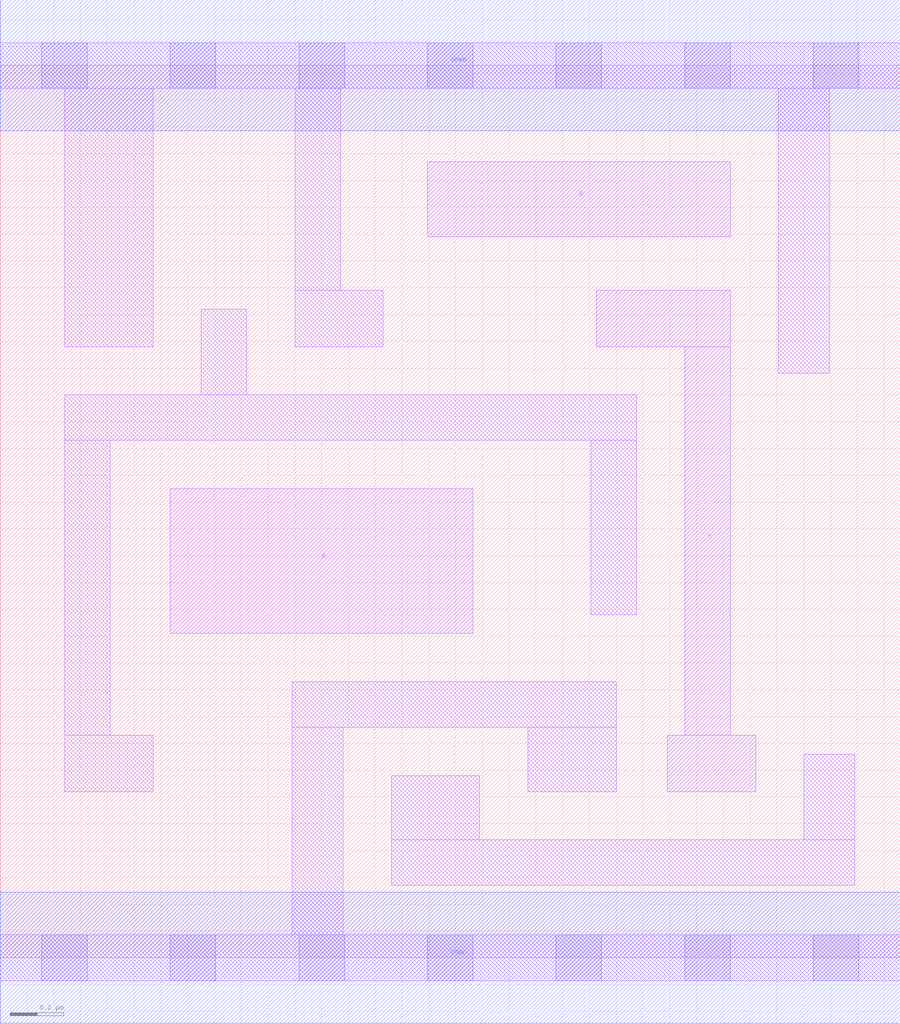
<source format=lef>
# Copyright 2020 The SkyWater PDK Authors
#
# Licensed under the Apache License, Version 2.0 (the "License");
# you may not use this file except in compliance with the License.
# You may obtain a copy of the License at
#
#     https://www.apache.org/licenses/LICENSE-2.0
#
# Unless required by applicable law or agreed to in writing, software
# distributed under the License is distributed on an "AS IS" BASIS,
# WITHOUT WARRANTIES OR CONDITIONS OF ANY KIND, either express or implied.
# See the License for the specific language governing permissions and
# limitations under the License.
#
# SPDX-License-Identifier: Apache-2.0

VERSION 5.7 ;
  NOWIREEXTENSIONATPIN ON ;
  DIVIDERCHAR "/" ;
  BUSBITCHARS "[]" ;
UNITS
  DATABASE MICRONS 200 ;
END UNITS
MACRO sky130_fd_sc_lp__xnor2_m
  CLASS CORE ;
  FOREIGN sky130_fd_sc_lp__xnor2_m ;
  ORIGIN  0.000000  0.000000 ;
  SIZE  3.360000 BY  3.330000 ;
  SYMMETRY X Y R90 ;
  SITE unit ;
  PIN A
    ANTENNAGATEAREA  0.252000 ;
    DIRECTION INPUT ;
    USE SIGNAL ;
    PORT
      LAYER li1 ;
        RECT 0.635000 1.210000 1.765000 1.750000 ;
    END
  END A
  PIN B
    ANTENNAGATEAREA  0.252000 ;
    DIRECTION INPUT ;
    USE SIGNAL ;
    PORT
      LAYER li1 ;
        RECT 1.595000 2.690000 2.725000 2.970000 ;
    END
  END B
  PIN Y
    ANTENNADIFFAREA  0.426300 ;
    DIRECTION OUTPUT ;
    USE SIGNAL ;
    PORT
      LAYER li1 ;
        RECT 2.225000 2.280000 2.725000 2.490000 ;
        RECT 2.490000 0.620000 2.820000 0.830000 ;
        RECT 2.555000 0.830000 2.725000 2.280000 ;
    END
  END Y
  PIN VGND
    DIRECTION INOUT ;
    USE GROUND ;
    PORT
      LAYER met1 ;
        RECT 0.000000 -0.245000 3.360000 0.245000 ;
    END
  END VGND
  PIN VPWR
    DIRECTION INOUT ;
    USE POWER ;
    PORT
      LAYER met1 ;
        RECT 0.000000 3.085000 3.360000 3.575000 ;
    END
  END VPWR
  OBS
    LAYER li1 ;
      RECT 0.000000 -0.085000 3.360000 0.085000 ;
      RECT 0.000000  3.245000 3.360000 3.415000 ;
      RECT 0.240000  0.620000 0.570000 0.830000 ;
      RECT 0.240000  0.830000 0.410000 1.930000 ;
      RECT 0.240000  1.930000 2.375000 2.100000 ;
      RECT 0.240000  2.280000 0.570000 3.245000 ;
      RECT 0.750000  2.100000 0.920000 2.420000 ;
      RECT 1.090000  0.085000 1.280000 0.860000 ;
      RECT 1.090000  0.860000 2.300000 1.030000 ;
      RECT 1.100000  2.280000 1.430000 2.490000 ;
      RECT 1.100000  2.490000 1.270000 3.245000 ;
      RECT 1.460000  0.270000 3.190000 0.440000 ;
      RECT 1.460000  0.440000 1.790000 0.680000 ;
      RECT 1.970000  0.620000 2.300000 0.860000 ;
      RECT 2.205000  1.280000 2.375000 1.930000 ;
      RECT 2.905000  2.180000 3.095000 3.245000 ;
      RECT 3.000000  0.440000 3.190000 0.760000 ;
    LAYER mcon ;
      RECT 0.155000 -0.085000 0.325000 0.085000 ;
      RECT 0.155000  3.245000 0.325000 3.415000 ;
      RECT 0.635000 -0.085000 0.805000 0.085000 ;
      RECT 0.635000  3.245000 0.805000 3.415000 ;
      RECT 1.115000 -0.085000 1.285000 0.085000 ;
      RECT 1.115000  3.245000 1.285000 3.415000 ;
      RECT 1.595000 -0.085000 1.765000 0.085000 ;
      RECT 1.595000  3.245000 1.765000 3.415000 ;
      RECT 2.075000 -0.085000 2.245000 0.085000 ;
      RECT 2.075000  3.245000 2.245000 3.415000 ;
      RECT 2.555000 -0.085000 2.725000 0.085000 ;
      RECT 2.555000  3.245000 2.725000 3.415000 ;
      RECT 3.035000 -0.085000 3.205000 0.085000 ;
      RECT 3.035000  3.245000 3.205000 3.415000 ;
  END
END sky130_fd_sc_lp__xnor2_m
END LIBRARY

</source>
